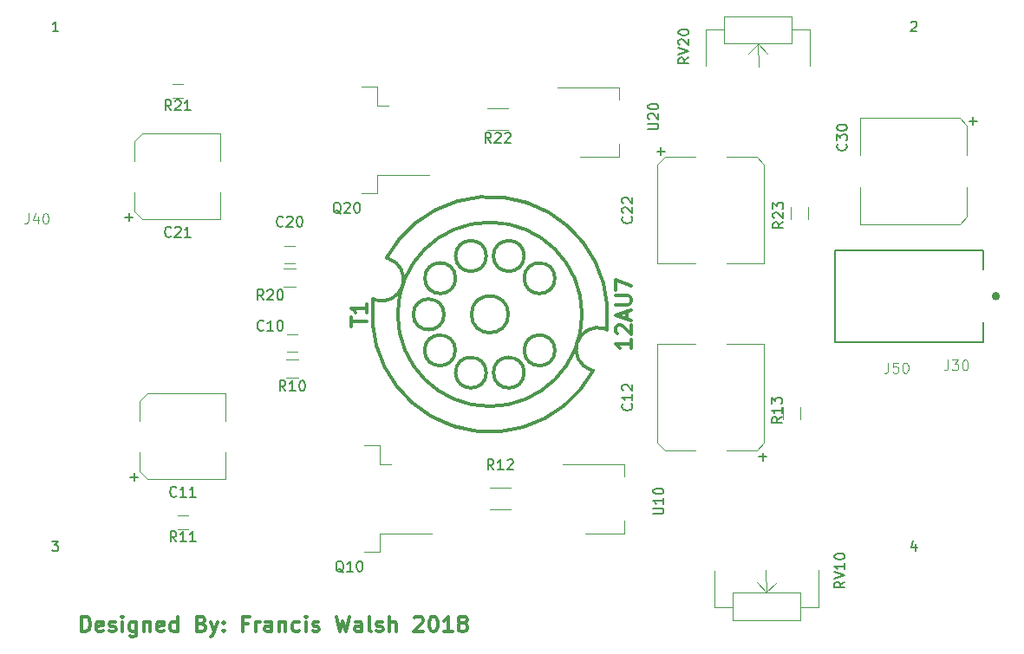
<source format=gto>
G04 #@! TF.FileFunction,Legend,Top*
%FSLAX46Y46*%
G04 Gerber Fmt 4.6, Leading zero omitted, Abs format (unit mm)*
G04 Created by KiCad (PCBNEW 4.0.7-e2-6376~58~ubuntu16.04.1) date Sat Jul 28 00:22:21 2018*
%MOMM*%
%LPD*%
G01*
G04 APERTURE LIST*
%ADD10C,0.100000*%
%ADD11C,0.300000*%
%ADD12C,0.127000*%
%ADD13C,0.400000*%
%ADD14C,0.120000*%
%ADD15C,0.378460*%
%ADD16C,0.050000*%
%ADD17C,0.150000*%
%ADD18C,0.304800*%
G04 APERTURE END LIST*
D10*
D11*
X114310287Y-149903571D02*
X114310287Y-148403571D01*
X114667430Y-148403571D01*
X114881715Y-148475000D01*
X115024573Y-148617857D01*
X115096001Y-148760714D01*
X115167430Y-149046429D01*
X115167430Y-149260714D01*
X115096001Y-149546429D01*
X115024573Y-149689286D01*
X114881715Y-149832143D01*
X114667430Y-149903571D01*
X114310287Y-149903571D01*
X116381715Y-149832143D02*
X116238858Y-149903571D01*
X115953144Y-149903571D01*
X115810287Y-149832143D01*
X115738858Y-149689286D01*
X115738858Y-149117857D01*
X115810287Y-148975000D01*
X115953144Y-148903571D01*
X116238858Y-148903571D01*
X116381715Y-148975000D01*
X116453144Y-149117857D01*
X116453144Y-149260714D01*
X115738858Y-149403571D01*
X117024572Y-149832143D02*
X117167429Y-149903571D01*
X117453144Y-149903571D01*
X117596001Y-149832143D01*
X117667429Y-149689286D01*
X117667429Y-149617857D01*
X117596001Y-149475000D01*
X117453144Y-149403571D01*
X117238858Y-149403571D01*
X117096001Y-149332143D01*
X117024572Y-149189286D01*
X117024572Y-149117857D01*
X117096001Y-148975000D01*
X117238858Y-148903571D01*
X117453144Y-148903571D01*
X117596001Y-148975000D01*
X118310287Y-149903571D02*
X118310287Y-148903571D01*
X118310287Y-148403571D02*
X118238858Y-148475000D01*
X118310287Y-148546429D01*
X118381715Y-148475000D01*
X118310287Y-148403571D01*
X118310287Y-148546429D01*
X119667430Y-148903571D02*
X119667430Y-150117857D01*
X119596001Y-150260714D01*
X119524573Y-150332143D01*
X119381716Y-150403571D01*
X119167430Y-150403571D01*
X119024573Y-150332143D01*
X119667430Y-149832143D02*
X119524573Y-149903571D01*
X119238859Y-149903571D01*
X119096001Y-149832143D01*
X119024573Y-149760714D01*
X118953144Y-149617857D01*
X118953144Y-149189286D01*
X119024573Y-149046429D01*
X119096001Y-148975000D01*
X119238859Y-148903571D01*
X119524573Y-148903571D01*
X119667430Y-148975000D01*
X120381716Y-148903571D02*
X120381716Y-149903571D01*
X120381716Y-149046429D02*
X120453144Y-148975000D01*
X120596002Y-148903571D01*
X120810287Y-148903571D01*
X120953144Y-148975000D01*
X121024573Y-149117857D01*
X121024573Y-149903571D01*
X122310287Y-149832143D02*
X122167430Y-149903571D01*
X121881716Y-149903571D01*
X121738859Y-149832143D01*
X121667430Y-149689286D01*
X121667430Y-149117857D01*
X121738859Y-148975000D01*
X121881716Y-148903571D01*
X122167430Y-148903571D01*
X122310287Y-148975000D01*
X122381716Y-149117857D01*
X122381716Y-149260714D01*
X121667430Y-149403571D01*
X123667430Y-149903571D02*
X123667430Y-148403571D01*
X123667430Y-149832143D02*
X123524573Y-149903571D01*
X123238859Y-149903571D01*
X123096001Y-149832143D01*
X123024573Y-149760714D01*
X122953144Y-149617857D01*
X122953144Y-149189286D01*
X123024573Y-149046429D01*
X123096001Y-148975000D01*
X123238859Y-148903571D01*
X123524573Y-148903571D01*
X123667430Y-148975000D01*
X126024573Y-149117857D02*
X126238859Y-149189286D01*
X126310287Y-149260714D01*
X126381716Y-149403571D01*
X126381716Y-149617857D01*
X126310287Y-149760714D01*
X126238859Y-149832143D01*
X126096001Y-149903571D01*
X125524573Y-149903571D01*
X125524573Y-148403571D01*
X126024573Y-148403571D01*
X126167430Y-148475000D01*
X126238859Y-148546429D01*
X126310287Y-148689286D01*
X126310287Y-148832143D01*
X126238859Y-148975000D01*
X126167430Y-149046429D01*
X126024573Y-149117857D01*
X125524573Y-149117857D01*
X126881716Y-148903571D02*
X127238859Y-149903571D01*
X127596001Y-148903571D02*
X127238859Y-149903571D01*
X127096001Y-150260714D01*
X127024573Y-150332143D01*
X126881716Y-150403571D01*
X128167430Y-149760714D02*
X128238858Y-149832143D01*
X128167430Y-149903571D01*
X128096001Y-149832143D01*
X128167430Y-149760714D01*
X128167430Y-149903571D01*
X128167430Y-148975000D02*
X128238858Y-149046429D01*
X128167430Y-149117857D01*
X128096001Y-149046429D01*
X128167430Y-148975000D01*
X128167430Y-149117857D01*
X130524573Y-149117857D02*
X130024573Y-149117857D01*
X130024573Y-149903571D02*
X130024573Y-148403571D01*
X130738859Y-148403571D01*
X131310287Y-149903571D02*
X131310287Y-148903571D01*
X131310287Y-149189286D02*
X131381715Y-149046429D01*
X131453144Y-148975000D01*
X131596001Y-148903571D01*
X131738858Y-148903571D01*
X132881715Y-149903571D02*
X132881715Y-149117857D01*
X132810286Y-148975000D01*
X132667429Y-148903571D01*
X132381715Y-148903571D01*
X132238858Y-148975000D01*
X132881715Y-149832143D02*
X132738858Y-149903571D01*
X132381715Y-149903571D01*
X132238858Y-149832143D01*
X132167429Y-149689286D01*
X132167429Y-149546429D01*
X132238858Y-149403571D01*
X132381715Y-149332143D01*
X132738858Y-149332143D01*
X132881715Y-149260714D01*
X133596001Y-148903571D02*
X133596001Y-149903571D01*
X133596001Y-149046429D02*
X133667429Y-148975000D01*
X133810287Y-148903571D01*
X134024572Y-148903571D01*
X134167429Y-148975000D01*
X134238858Y-149117857D01*
X134238858Y-149903571D01*
X135596001Y-149832143D02*
X135453144Y-149903571D01*
X135167430Y-149903571D01*
X135024572Y-149832143D01*
X134953144Y-149760714D01*
X134881715Y-149617857D01*
X134881715Y-149189286D01*
X134953144Y-149046429D01*
X135024572Y-148975000D01*
X135167430Y-148903571D01*
X135453144Y-148903571D01*
X135596001Y-148975000D01*
X136238858Y-149903571D02*
X136238858Y-148903571D01*
X136238858Y-148403571D02*
X136167429Y-148475000D01*
X136238858Y-148546429D01*
X136310286Y-148475000D01*
X136238858Y-148403571D01*
X136238858Y-148546429D01*
X136881715Y-149832143D02*
X137024572Y-149903571D01*
X137310287Y-149903571D01*
X137453144Y-149832143D01*
X137524572Y-149689286D01*
X137524572Y-149617857D01*
X137453144Y-149475000D01*
X137310287Y-149403571D01*
X137096001Y-149403571D01*
X136953144Y-149332143D01*
X136881715Y-149189286D01*
X136881715Y-149117857D01*
X136953144Y-148975000D01*
X137096001Y-148903571D01*
X137310287Y-148903571D01*
X137453144Y-148975000D01*
X139167430Y-148403571D02*
X139524573Y-149903571D01*
X139810287Y-148832143D01*
X140096001Y-149903571D01*
X140453144Y-148403571D01*
X141667430Y-149903571D02*
X141667430Y-149117857D01*
X141596001Y-148975000D01*
X141453144Y-148903571D01*
X141167430Y-148903571D01*
X141024573Y-148975000D01*
X141667430Y-149832143D02*
X141524573Y-149903571D01*
X141167430Y-149903571D01*
X141024573Y-149832143D01*
X140953144Y-149689286D01*
X140953144Y-149546429D01*
X141024573Y-149403571D01*
X141167430Y-149332143D01*
X141524573Y-149332143D01*
X141667430Y-149260714D01*
X142596002Y-149903571D02*
X142453144Y-149832143D01*
X142381716Y-149689286D01*
X142381716Y-148403571D01*
X143096001Y-149832143D02*
X143238858Y-149903571D01*
X143524573Y-149903571D01*
X143667430Y-149832143D01*
X143738858Y-149689286D01*
X143738858Y-149617857D01*
X143667430Y-149475000D01*
X143524573Y-149403571D01*
X143310287Y-149403571D01*
X143167430Y-149332143D01*
X143096001Y-149189286D01*
X143096001Y-149117857D01*
X143167430Y-148975000D01*
X143310287Y-148903571D01*
X143524573Y-148903571D01*
X143667430Y-148975000D01*
X144381716Y-149903571D02*
X144381716Y-148403571D01*
X145024573Y-149903571D02*
X145024573Y-149117857D01*
X144953144Y-148975000D01*
X144810287Y-148903571D01*
X144596002Y-148903571D01*
X144453144Y-148975000D01*
X144381716Y-149046429D01*
X146810287Y-148546429D02*
X146881716Y-148475000D01*
X147024573Y-148403571D01*
X147381716Y-148403571D01*
X147524573Y-148475000D01*
X147596002Y-148546429D01*
X147667430Y-148689286D01*
X147667430Y-148832143D01*
X147596002Y-149046429D01*
X146738859Y-149903571D01*
X147667430Y-149903571D01*
X148596001Y-148403571D02*
X148738858Y-148403571D01*
X148881715Y-148475000D01*
X148953144Y-148546429D01*
X149024573Y-148689286D01*
X149096001Y-148975000D01*
X149096001Y-149332143D01*
X149024573Y-149617857D01*
X148953144Y-149760714D01*
X148881715Y-149832143D01*
X148738858Y-149903571D01*
X148596001Y-149903571D01*
X148453144Y-149832143D01*
X148381715Y-149760714D01*
X148310287Y-149617857D01*
X148238858Y-149332143D01*
X148238858Y-148975000D01*
X148310287Y-148689286D01*
X148381715Y-148546429D01*
X148453144Y-148475000D01*
X148596001Y-148403571D01*
X150524572Y-149903571D02*
X149667429Y-149903571D01*
X150096001Y-149903571D02*
X150096001Y-148403571D01*
X149953144Y-148617857D01*
X149810286Y-148760714D01*
X149667429Y-148832143D01*
X151381715Y-149046429D02*
X151238857Y-148975000D01*
X151167429Y-148903571D01*
X151096000Y-148760714D01*
X151096000Y-148689286D01*
X151167429Y-148546429D01*
X151238857Y-148475000D01*
X151381715Y-148403571D01*
X151667429Y-148403571D01*
X151810286Y-148475000D01*
X151881715Y-148546429D01*
X151953143Y-148689286D01*
X151953143Y-148760714D01*
X151881715Y-148903571D01*
X151810286Y-148975000D01*
X151667429Y-149046429D01*
X151381715Y-149046429D01*
X151238857Y-149117857D01*
X151167429Y-149189286D01*
X151096000Y-149332143D01*
X151096000Y-149617857D01*
X151167429Y-149760714D01*
X151238857Y-149832143D01*
X151381715Y-149903571D01*
X151667429Y-149903571D01*
X151810286Y-149832143D01*
X151881715Y-149760714D01*
X151953143Y-149617857D01*
X151953143Y-149332143D01*
X151881715Y-149189286D01*
X151810286Y-149117857D01*
X151667429Y-149046429D01*
D12*
X187880000Y-121594000D02*
X187880000Y-112594000D01*
X187880000Y-112594000D02*
X202380000Y-112594000D01*
X202380000Y-112594000D02*
X202380000Y-114444000D01*
X202380000Y-121594000D02*
X187880000Y-121594000D01*
X202380000Y-119644000D02*
X202380000Y-121594000D01*
D13*
X203780000Y-117094000D02*
G75*
G03X203780000Y-117094000I-200000J0D01*
G01*
D14*
X141912000Y-142106000D02*
X143412000Y-142106000D01*
X143412000Y-142106000D02*
X143412000Y-140296000D01*
X143412000Y-140296000D02*
X148537000Y-140296000D01*
X141912000Y-131706000D02*
X143412000Y-131706000D01*
X143412000Y-131706000D02*
X143412000Y-133516000D01*
X143412000Y-133516000D02*
X144512000Y-133516000D01*
X141658000Y-107054000D02*
X143158000Y-107054000D01*
X143158000Y-107054000D02*
X143158000Y-105244000D01*
X143158000Y-105244000D02*
X148283000Y-105244000D01*
X141658000Y-96654000D02*
X143158000Y-96654000D01*
X143158000Y-96654000D02*
X143158000Y-98464000D01*
X143158000Y-98464000D02*
X144258000Y-98464000D01*
X120016000Y-134240000D02*
X120016000Y-132320000D01*
X120016000Y-127380000D02*
X120016000Y-129300000D01*
X128396000Y-135000000D02*
X128396000Y-132320000D01*
X128396000Y-126620000D02*
X128396000Y-129300000D01*
X128396000Y-135000000D02*
X120776000Y-135000000D01*
X120776000Y-135000000D02*
X120016000Y-134240000D01*
X120016000Y-127380000D02*
X120776000Y-126620000D01*
X120776000Y-126620000D02*
X128396000Y-126620000D01*
X171318000Y-132210000D02*
X174208000Y-132210000D01*
X180218000Y-132210000D02*
X177328000Y-132210000D01*
X180978000Y-121790000D02*
X177328000Y-121790000D01*
X170558000Y-121790000D02*
X174208000Y-121790000D01*
X180978000Y-121790000D02*
X180978000Y-131450000D01*
X180978000Y-131450000D02*
X180218000Y-132210000D01*
X171318000Y-132210000D02*
X170558000Y-131450000D01*
X170558000Y-131450000D02*
X170558000Y-121790000D01*
X119508000Y-108840000D02*
X119508000Y-106920000D01*
X119508000Y-101980000D02*
X119508000Y-103900000D01*
X127888000Y-109600000D02*
X127888000Y-106920000D01*
X127888000Y-101220000D02*
X127888000Y-103900000D01*
X127888000Y-109600000D02*
X120268000Y-109600000D01*
X120268000Y-109600000D02*
X119508000Y-108840000D01*
X119508000Y-101980000D02*
X120268000Y-101220000D01*
X120268000Y-101220000D02*
X127888000Y-101220000D01*
X180218000Y-103502000D02*
X177328000Y-103502000D01*
X171318000Y-103502000D02*
X174208000Y-103502000D01*
X170558000Y-113922000D02*
X174208000Y-113922000D01*
X180978000Y-113922000D02*
X177328000Y-113922000D01*
X170558000Y-113922000D02*
X170558000Y-104262000D01*
X170558000Y-104262000D02*
X171318000Y-103502000D01*
X180218000Y-103502000D02*
X180978000Y-104262000D01*
X180978000Y-104262000D02*
X180978000Y-113922000D01*
X200790000Y-109352000D02*
X200790000Y-106462000D01*
X200790000Y-100452000D02*
X200790000Y-103342000D01*
X190370000Y-99692000D02*
X190370000Y-103342000D01*
X190370000Y-110112000D02*
X190370000Y-106462000D01*
X190370000Y-99692000D02*
X200030000Y-99692000D01*
X200030000Y-99692000D02*
X200790000Y-100452000D01*
X200790000Y-109352000D02*
X200030000Y-110112000D01*
X200030000Y-110112000D02*
X190370000Y-110112000D01*
X134274000Y-123326000D02*
X135474000Y-123326000D01*
X135474000Y-125086000D02*
X134274000Y-125086000D01*
X123706000Y-138512000D02*
X124706000Y-138512000D01*
X124706000Y-139872000D02*
X123706000Y-139872000D01*
X154194000Y-135836000D02*
X156194000Y-135836000D01*
X156194000Y-137976000D02*
X154194000Y-137976000D01*
X184522000Y-127924000D02*
X184522000Y-129124000D01*
X182762000Y-129124000D02*
X182762000Y-127924000D01*
X134020000Y-114436000D02*
X135220000Y-114436000D01*
X135220000Y-116196000D02*
X134020000Y-116196000D01*
X123198000Y-96348000D02*
X124198000Y-96348000D01*
X124198000Y-97708000D02*
X123198000Y-97708000D01*
X153940000Y-98752000D02*
X155940000Y-98752000D01*
X155940000Y-100892000D02*
X153940000Y-100892000D01*
X183524000Y-109566000D02*
X183524000Y-108366000D01*
X185284000Y-108366000D02*
X185284000Y-109566000D01*
X176132000Y-147486000D02*
X176132000Y-143936000D01*
X177882000Y-147486000D02*
X176132000Y-147486000D01*
X184482000Y-147486000D02*
X186232000Y-147486000D01*
X186232000Y-147486000D02*
X186232000Y-143886000D01*
X181182000Y-146086000D02*
X181132000Y-143836000D01*
X181182000Y-146086000D02*
X180232000Y-145086000D01*
X181132000Y-146086000D02*
X182132000Y-145136000D01*
X184482000Y-146086000D02*
X184482000Y-148786000D01*
X184482000Y-148786000D02*
X177882000Y-148786000D01*
X177882000Y-148786000D02*
X177882000Y-146086000D01*
X177882000Y-146086000D02*
X184482000Y-146086000D01*
X185390000Y-91020000D02*
X185390000Y-94570000D01*
X183640000Y-91020000D02*
X185390000Y-91020000D01*
X177040000Y-91020000D02*
X175290000Y-91020000D01*
X175290000Y-91020000D02*
X175290000Y-94620000D01*
X180340000Y-92420000D02*
X180390000Y-94670000D01*
X180340000Y-92420000D02*
X181290000Y-93420000D01*
X180390000Y-92420000D02*
X179390000Y-93370000D01*
X177040000Y-92420000D02*
X177040000Y-89720000D01*
X177040000Y-89720000D02*
X183640000Y-89720000D01*
X183640000Y-89720000D02*
X183640000Y-92420000D01*
X183640000Y-92420000D02*
X177040000Y-92420000D01*
D15*
X153824940Y-124571760D02*
G75*
G03X153824940Y-124571760I-1498600J0D01*
G01*
X150802340Y-122394980D02*
G75*
G03X150802340Y-122394980I-1498600J0D01*
G01*
X149702520Y-118874540D02*
G75*
G03X149702520Y-118874540I-1498600J0D01*
G01*
X150827740Y-115343940D02*
G75*
G03X150827740Y-115343940I-1498600J0D01*
G01*
X153827480Y-113172240D02*
G75*
G03X153827480Y-113172240I-1498600J0D01*
G01*
X157525720Y-113169700D02*
G75*
G03X157525720Y-113169700I-1498600J0D01*
G01*
X160528000Y-115346480D02*
G75*
G03X160528000Y-115346480I-1498600J0D01*
G01*
X160528000Y-122394980D02*
G75*
G03X160528000Y-122394980I-1498600J0D01*
G01*
X157525720Y-124571760D02*
G75*
G03X157525720Y-124571760I-1498600J0D01*
G01*
X164277040Y-124371100D02*
X163977320Y-124297440D01*
X165577520Y-120373140D02*
X165376860Y-120271540D01*
X144101820Y-113347500D02*
X144277080Y-113421160D01*
X142778480Y-117396260D02*
X142979140Y-117472460D01*
X165577520Y-120373140D02*
G75*
G03X155679140Y-107472480I-11399520J1501140D01*
G01*
X159727900Y-108795820D02*
G75*
G03X144101820Y-113322100I-5549900J-10076180D01*
G01*
X142778480Y-117396260D02*
G75*
G03X152702260Y-130271520I11399520J-1475740D01*
G01*
X148678900Y-128971040D02*
G75*
G03X164277040Y-124371100I5499100J10099040D01*
G01*
X162702240Y-121620280D02*
G75*
G03X164053520Y-124322840I2026920J-675640D01*
G01*
X165376860Y-120269000D02*
G75*
G03X162702240Y-121648220I-647700J-2026920D01*
G01*
X145653760Y-116098320D02*
G75*
G03X144277080Y-113421160I-2026920J650240D01*
G01*
X143002000Y-117475000D02*
G75*
G03X145653760Y-116072920I624840J2026920D01*
G01*
X155978860Y-118872000D02*
G75*
G03X155978860Y-118872000I-1800860J0D01*
G01*
X163174680Y-118872000D02*
G75*
G03X163174680Y-118872000I-8996680J0D01*
G01*
D14*
X167264000Y-140316000D02*
X167264000Y-139056000D01*
X167264000Y-133496000D02*
X167264000Y-134756000D01*
X163504000Y-140316000D02*
X167264000Y-140316000D01*
X161254000Y-133496000D02*
X167264000Y-133496000D01*
X166756000Y-103486000D02*
X166756000Y-102226000D01*
X166756000Y-96666000D02*
X166756000Y-97926000D01*
X162996000Y-103486000D02*
X166756000Y-103486000D01*
X160746000Y-96666000D02*
X166756000Y-96666000D01*
X134374000Y-122516000D02*
X135374000Y-122516000D01*
X135374000Y-120816000D02*
X134374000Y-120816000D01*
X134120000Y-113880000D02*
X135120000Y-113880000D01*
X135120000Y-112180000D02*
X134120000Y-112180000D01*
D16*
X198914728Y-123324798D02*
X198914728Y-124040627D01*
X198867006Y-124183792D01*
X198771562Y-124279236D01*
X198628397Y-124326958D01*
X198532953Y-124326958D01*
X199296503Y-123324798D02*
X199916887Y-123324798D01*
X199582834Y-123706573D01*
X199726000Y-123706573D01*
X199821444Y-123754295D01*
X199869166Y-123802017D01*
X199916887Y-123897461D01*
X199916887Y-124136070D01*
X199869166Y-124231514D01*
X199821444Y-124279236D01*
X199726000Y-124326958D01*
X199439668Y-124326958D01*
X199344225Y-124279236D01*
X199296503Y-124231514D01*
X200537272Y-123324798D02*
X200632716Y-123324798D01*
X200728160Y-123372520D01*
X200775882Y-123420242D01*
X200823604Y-123515686D01*
X200871325Y-123706573D01*
X200871325Y-123945183D01*
X200823604Y-124136070D01*
X200775882Y-124231514D01*
X200728160Y-124279236D01*
X200632716Y-124326958D01*
X200537272Y-124326958D01*
X200441828Y-124279236D01*
X200394106Y-124231514D01*
X200346385Y-124136070D01*
X200298663Y-123945183D01*
X200298663Y-123706573D01*
X200346385Y-123515686D01*
X200394106Y-123420242D01*
X200441828Y-123372520D01*
X200537272Y-123324798D01*
D17*
X139890572Y-144103619D02*
X139795334Y-144056000D01*
X139700096Y-143960762D01*
X139557239Y-143817905D01*
X139462000Y-143770286D01*
X139366762Y-143770286D01*
X139414381Y-144008381D02*
X139319143Y-143960762D01*
X139223905Y-143865524D01*
X139176286Y-143675048D01*
X139176286Y-143341714D01*
X139223905Y-143151238D01*
X139319143Y-143056000D01*
X139414381Y-143008381D01*
X139604858Y-143008381D01*
X139700096Y-143056000D01*
X139795334Y-143151238D01*
X139842953Y-143341714D01*
X139842953Y-143675048D01*
X139795334Y-143865524D01*
X139700096Y-143960762D01*
X139604858Y-144008381D01*
X139414381Y-144008381D01*
X140795334Y-144008381D02*
X140223905Y-144008381D01*
X140509619Y-144008381D02*
X140509619Y-143008381D01*
X140414381Y-143151238D01*
X140319143Y-143246476D01*
X140223905Y-143294095D01*
X141414381Y-143008381D02*
X141509620Y-143008381D01*
X141604858Y-143056000D01*
X141652477Y-143103619D01*
X141700096Y-143198857D01*
X141747715Y-143389333D01*
X141747715Y-143627429D01*
X141700096Y-143817905D01*
X141652477Y-143913143D01*
X141604858Y-143960762D01*
X141509620Y-144008381D01*
X141414381Y-144008381D01*
X141319143Y-143960762D01*
X141271524Y-143913143D01*
X141223905Y-143817905D01*
X141176286Y-143627429D01*
X141176286Y-143389333D01*
X141223905Y-143198857D01*
X141271524Y-143103619D01*
X141319143Y-143056000D01*
X141414381Y-143008381D01*
X139636572Y-109051619D02*
X139541334Y-109004000D01*
X139446096Y-108908762D01*
X139303239Y-108765905D01*
X139208000Y-108718286D01*
X139112762Y-108718286D01*
X139160381Y-108956381D02*
X139065143Y-108908762D01*
X138969905Y-108813524D01*
X138922286Y-108623048D01*
X138922286Y-108289714D01*
X138969905Y-108099238D01*
X139065143Y-108004000D01*
X139160381Y-107956381D01*
X139350858Y-107956381D01*
X139446096Y-108004000D01*
X139541334Y-108099238D01*
X139588953Y-108289714D01*
X139588953Y-108623048D01*
X139541334Y-108813524D01*
X139446096Y-108908762D01*
X139350858Y-108956381D01*
X139160381Y-108956381D01*
X139969905Y-108051619D02*
X140017524Y-108004000D01*
X140112762Y-107956381D01*
X140350858Y-107956381D01*
X140446096Y-108004000D01*
X140493715Y-108051619D01*
X140541334Y-108146857D01*
X140541334Y-108242095D01*
X140493715Y-108384952D01*
X139922286Y-108956381D01*
X140541334Y-108956381D01*
X141160381Y-107956381D02*
X141255620Y-107956381D01*
X141350858Y-108004000D01*
X141398477Y-108051619D01*
X141446096Y-108146857D01*
X141493715Y-108337333D01*
X141493715Y-108575429D01*
X141446096Y-108765905D01*
X141398477Y-108861143D01*
X141350858Y-108908762D01*
X141255620Y-108956381D01*
X141160381Y-108956381D01*
X141065143Y-108908762D01*
X141017524Y-108861143D01*
X140969905Y-108765905D01*
X140922286Y-108575429D01*
X140922286Y-108337333D01*
X140969905Y-108146857D01*
X141017524Y-108051619D01*
X141065143Y-108004000D01*
X141160381Y-107956381D01*
X123563143Y-136617143D02*
X123515524Y-136664762D01*
X123372667Y-136712381D01*
X123277429Y-136712381D01*
X123134571Y-136664762D01*
X123039333Y-136569524D01*
X122991714Y-136474286D01*
X122944095Y-136283810D01*
X122944095Y-136140952D01*
X122991714Y-135950476D01*
X123039333Y-135855238D01*
X123134571Y-135760000D01*
X123277429Y-135712381D01*
X123372667Y-135712381D01*
X123515524Y-135760000D01*
X123563143Y-135807619D01*
X124515524Y-136712381D02*
X123944095Y-136712381D01*
X124229809Y-136712381D02*
X124229809Y-135712381D01*
X124134571Y-135855238D01*
X124039333Y-135950476D01*
X123944095Y-135998095D01*
X125467905Y-136712381D02*
X124896476Y-136712381D01*
X125182190Y-136712381D02*
X125182190Y-135712381D01*
X125086952Y-135855238D01*
X124991714Y-135950476D01*
X124896476Y-135998095D01*
X119045048Y-134791429D02*
X119806953Y-134791429D01*
X119426001Y-135172381D02*
X119426001Y-134410476D01*
X167997143Y-127642857D02*
X168044762Y-127690476D01*
X168092381Y-127833333D01*
X168092381Y-127928571D01*
X168044762Y-128071429D01*
X167949524Y-128166667D01*
X167854286Y-128214286D01*
X167663810Y-128261905D01*
X167520952Y-128261905D01*
X167330476Y-128214286D01*
X167235238Y-128166667D01*
X167140000Y-128071429D01*
X167092381Y-127928571D01*
X167092381Y-127833333D01*
X167140000Y-127690476D01*
X167187619Y-127642857D01*
X168092381Y-126690476D02*
X168092381Y-127261905D01*
X168092381Y-126976191D02*
X167092381Y-126976191D01*
X167235238Y-127071429D01*
X167330476Y-127166667D01*
X167378095Y-127261905D01*
X167187619Y-126309524D02*
X167140000Y-126261905D01*
X167092381Y-126166667D01*
X167092381Y-125928571D01*
X167140000Y-125833333D01*
X167187619Y-125785714D01*
X167282857Y-125738095D01*
X167378095Y-125738095D01*
X167520952Y-125785714D01*
X168092381Y-126357143D01*
X168092381Y-125738095D01*
X180809429Y-133160952D02*
X180809429Y-132399047D01*
X181190381Y-132779999D02*
X180428476Y-132779999D01*
X123055143Y-111217143D02*
X123007524Y-111264762D01*
X122864667Y-111312381D01*
X122769429Y-111312381D01*
X122626571Y-111264762D01*
X122531333Y-111169524D01*
X122483714Y-111074286D01*
X122436095Y-110883810D01*
X122436095Y-110740952D01*
X122483714Y-110550476D01*
X122531333Y-110455238D01*
X122626571Y-110360000D01*
X122769429Y-110312381D01*
X122864667Y-110312381D01*
X123007524Y-110360000D01*
X123055143Y-110407619D01*
X123436095Y-110407619D02*
X123483714Y-110360000D01*
X123578952Y-110312381D01*
X123817048Y-110312381D01*
X123912286Y-110360000D01*
X123959905Y-110407619D01*
X124007524Y-110502857D01*
X124007524Y-110598095D01*
X123959905Y-110740952D01*
X123388476Y-111312381D01*
X124007524Y-111312381D01*
X124959905Y-111312381D02*
X124388476Y-111312381D01*
X124674190Y-111312381D02*
X124674190Y-110312381D01*
X124578952Y-110455238D01*
X124483714Y-110550476D01*
X124388476Y-110598095D01*
X118537048Y-109391429D02*
X119298953Y-109391429D01*
X118918001Y-109772381D02*
X118918001Y-109010476D01*
X167997143Y-109354857D02*
X168044762Y-109402476D01*
X168092381Y-109545333D01*
X168092381Y-109640571D01*
X168044762Y-109783429D01*
X167949524Y-109878667D01*
X167854286Y-109926286D01*
X167663810Y-109973905D01*
X167520952Y-109973905D01*
X167330476Y-109926286D01*
X167235238Y-109878667D01*
X167140000Y-109783429D01*
X167092381Y-109640571D01*
X167092381Y-109545333D01*
X167140000Y-109402476D01*
X167187619Y-109354857D01*
X167187619Y-108973905D02*
X167140000Y-108926286D01*
X167092381Y-108831048D01*
X167092381Y-108592952D01*
X167140000Y-108497714D01*
X167187619Y-108450095D01*
X167282857Y-108402476D01*
X167378095Y-108402476D01*
X167520952Y-108450095D01*
X168092381Y-109021524D01*
X168092381Y-108402476D01*
X167187619Y-108021524D02*
X167140000Y-107973905D01*
X167092381Y-107878667D01*
X167092381Y-107640571D01*
X167140000Y-107545333D01*
X167187619Y-107497714D01*
X167282857Y-107450095D01*
X167378095Y-107450095D01*
X167520952Y-107497714D01*
X168092381Y-108069143D01*
X168092381Y-107450095D01*
X170869429Y-103312952D02*
X170869429Y-102551047D01*
X171250381Y-102931999D02*
X170488476Y-102931999D01*
X188952143Y-102242857D02*
X188999762Y-102290476D01*
X189047381Y-102433333D01*
X189047381Y-102528571D01*
X188999762Y-102671429D01*
X188904524Y-102766667D01*
X188809286Y-102814286D01*
X188618810Y-102861905D01*
X188475952Y-102861905D01*
X188285476Y-102814286D01*
X188190238Y-102766667D01*
X188095000Y-102671429D01*
X188047381Y-102528571D01*
X188047381Y-102433333D01*
X188095000Y-102290476D01*
X188142619Y-102242857D01*
X188047381Y-101909524D02*
X188047381Y-101290476D01*
X188428333Y-101623810D01*
X188428333Y-101480952D01*
X188475952Y-101385714D01*
X188523571Y-101338095D01*
X188618810Y-101290476D01*
X188856905Y-101290476D01*
X188952143Y-101338095D01*
X188999762Y-101385714D01*
X189047381Y-101480952D01*
X189047381Y-101766667D01*
X188999762Y-101861905D01*
X188952143Y-101909524D01*
X188047381Y-100671429D02*
X188047381Y-100576190D01*
X188095000Y-100480952D01*
X188142619Y-100433333D01*
X188237857Y-100385714D01*
X188428333Y-100338095D01*
X188666429Y-100338095D01*
X188856905Y-100385714D01*
X188952143Y-100433333D01*
X188999762Y-100480952D01*
X189047381Y-100576190D01*
X189047381Y-100671429D01*
X188999762Y-100766667D01*
X188952143Y-100814286D01*
X188856905Y-100861905D01*
X188666429Y-100909524D01*
X188428333Y-100909524D01*
X188237857Y-100861905D01*
X188142619Y-100814286D01*
X188095000Y-100766667D01*
X188047381Y-100671429D01*
X200979048Y-100003429D02*
X201740953Y-100003429D01*
X201360001Y-100384381D02*
X201360001Y-99622476D01*
X134231143Y-126358381D02*
X133897809Y-125882190D01*
X133659714Y-126358381D02*
X133659714Y-125358381D01*
X134040667Y-125358381D01*
X134135905Y-125406000D01*
X134183524Y-125453619D01*
X134231143Y-125548857D01*
X134231143Y-125691714D01*
X134183524Y-125786952D01*
X134135905Y-125834571D01*
X134040667Y-125882190D01*
X133659714Y-125882190D01*
X135183524Y-126358381D02*
X134612095Y-126358381D01*
X134897809Y-126358381D02*
X134897809Y-125358381D01*
X134802571Y-125501238D01*
X134707333Y-125596476D01*
X134612095Y-125644095D01*
X135802571Y-125358381D02*
X135897810Y-125358381D01*
X135993048Y-125406000D01*
X136040667Y-125453619D01*
X136088286Y-125548857D01*
X136135905Y-125739333D01*
X136135905Y-125977429D01*
X136088286Y-126167905D01*
X136040667Y-126263143D01*
X135993048Y-126310762D01*
X135897810Y-126358381D01*
X135802571Y-126358381D01*
X135707333Y-126310762D01*
X135659714Y-126263143D01*
X135612095Y-126167905D01*
X135564476Y-125977429D01*
X135564476Y-125739333D01*
X135612095Y-125548857D01*
X135659714Y-125453619D01*
X135707333Y-125406000D01*
X135802571Y-125358381D01*
X123563143Y-141094381D02*
X123229809Y-140618190D01*
X122991714Y-141094381D02*
X122991714Y-140094381D01*
X123372667Y-140094381D01*
X123467905Y-140142000D01*
X123515524Y-140189619D01*
X123563143Y-140284857D01*
X123563143Y-140427714D01*
X123515524Y-140522952D01*
X123467905Y-140570571D01*
X123372667Y-140618190D01*
X122991714Y-140618190D01*
X124515524Y-141094381D02*
X123944095Y-141094381D01*
X124229809Y-141094381D02*
X124229809Y-140094381D01*
X124134571Y-140237238D01*
X124039333Y-140332476D01*
X123944095Y-140380095D01*
X125467905Y-141094381D02*
X124896476Y-141094381D01*
X125182190Y-141094381D02*
X125182190Y-140094381D01*
X125086952Y-140237238D01*
X124991714Y-140332476D01*
X124896476Y-140380095D01*
X154551143Y-134056381D02*
X154217809Y-133580190D01*
X153979714Y-134056381D02*
X153979714Y-133056381D01*
X154360667Y-133056381D01*
X154455905Y-133104000D01*
X154503524Y-133151619D01*
X154551143Y-133246857D01*
X154551143Y-133389714D01*
X154503524Y-133484952D01*
X154455905Y-133532571D01*
X154360667Y-133580190D01*
X153979714Y-133580190D01*
X155503524Y-134056381D02*
X154932095Y-134056381D01*
X155217809Y-134056381D02*
X155217809Y-133056381D01*
X155122571Y-133199238D01*
X155027333Y-133294476D01*
X154932095Y-133342095D01*
X155884476Y-133151619D02*
X155932095Y-133104000D01*
X156027333Y-133056381D01*
X156265429Y-133056381D01*
X156360667Y-133104000D01*
X156408286Y-133151619D01*
X156455905Y-133246857D01*
X156455905Y-133342095D01*
X156408286Y-133484952D01*
X155836857Y-134056381D01*
X156455905Y-134056381D01*
X182697381Y-128912857D02*
X182221190Y-129246191D01*
X182697381Y-129484286D02*
X181697381Y-129484286D01*
X181697381Y-129103333D01*
X181745000Y-129008095D01*
X181792619Y-128960476D01*
X181887857Y-128912857D01*
X182030714Y-128912857D01*
X182125952Y-128960476D01*
X182173571Y-129008095D01*
X182221190Y-129103333D01*
X182221190Y-129484286D01*
X182697381Y-127960476D02*
X182697381Y-128531905D01*
X182697381Y-128246191D02*
X181697381Y-128246191D01*
X181840238Y-128341429D01*
X181935476Y-128436667D01*
X181983095Y-128531905D01*
X181697381Y-127627143D02*
X181697381Y-127008095D01*
X182078333Y-127341429D01*
X182078333Y-127198571D01*
X182125952Y-127103333D01*
X182173571Y-127055714D01*
X182268810Y-127008095D01*
X182506905Y-127008095D01*
X182602143Y-127055714D01*
X182649762Y-127103333D01*
X182697381Y-127198571D01*
X182697381Y-127484286D01*
X182649762Y-127579524D01*
X182602143Y-127627143D01*
X132072143Y-117468381D02*
X131738809Y-116992190D01*
X131500714Y-117468381D02*
X131500714Y-116468381D01*
X131881667Y-116468381D01*
X131976905Y-116516000D01*
X132024524Y-116563619D01*
X132072143Y-116658857D01*
X132072143Y-116801714D01*
X132024524Y-116896952D01*
X131976905Y-116944571D01*
X131881667Y-116992190D01*
X131500714Y-116992190D01*
X132453095Y-116563619D02*
X132500714Y-116516000D01*
X132595952Y-116468381D01*
X132834048Y-116468381D01*
X132929286Y-116516000D01*
X132976905Y-116563619D01*
X133024524Y-116658857D01*
X133024524Y-116754095D01*
X132976905Y-116896952D01*
X132405476Y-117468381D01*
X133024524Y-117468381D01*
X133643571Y-116468381D02*
X133738810Y-116468381D01*
X133834048Y-116516000D01*
X133881667Y-116563619D01*
X133929286Y-116658857D01*
X133976905Y-116849333D01*
X133976905Y-117087429D01*
X133929286Y-117277905D01*
X133881667Y-117373143D01*
X133834048Y-117420762D01*
X133738810Y-117468381D01*
X133643571Y-117468381D01*
X133548333Y-117420762D01*
X133500714Y-117373143D01*
X133453095Y-117277905D01*
X133405476Y-117087429D01*
X133405476Y-116849333D01*
X133453095Y-116658857D01*
X133500714Y-116563619D01*
X133548333Y-116516000D01*
X133643571Y-116468381D01*
X123055143Y-98930381D02*
X122721809Y-98454190D01*
X122483714Y-98930381D02*
X122483714Y-97930381D01*
X122864667Y-97930381D01*
X122959905Y-97978000D01*
X123007524Y-98025619D01*
X123055143Y-98120857D01*
X123055143Y-98263714D01*
X123007524Y-98358952D01*
X122959905Y-98406571D01*
X122864667Y-98454190D01*
X122483714Y-98454190D01*
X123436095Y-98025619D02*
X123483714Y-97978000D01*
X123578952Y-97930381D01*
X123817048Y-97930381D01*
X123912286Y-97978000D01*
X123959905Y-98025619D01*
X124007524Y-98120857D01*
X124007524Y-98216095D01*
X123959905Y-98358952D01*
X123388476Y-98930381D01*
X124007524Y-98930381D01*
X124959905Y-98930381D02*
X124388476Y-98930381D01*
X124674190Y-98930381D02*
X124674190Y-97930381D01*
X124578952Y-98073238D01*
X124483714Y-98168476D01*
X124388476Y-98216095D01*
X154297143Y-102124381D02*
X153963809Y-101648190D01*
X153725714Y-102124381D02*
X153725714Y-101124381D01*
X154106667Y-101124381D01*
X154201905Y-101172000D01*
X154249524Y-101219619D01*
X154297143Y-101314857D01*
X154297143Y-101457714D01*
X154249524Y-101552952D01*
X154201905Y-101600571D01*
X154106667Y-101648190D01*
X153725714Y-101648190D01*
X154678095Y-101219619D02*
X154725714Y-101172000D01*
X154820952Y-101124381D01*
X155059048Y-101124381D01*
X155154286Y-101172000D01*
X155201905Y-101219619D01*
X155249524Y-101314857D01*
X155249524Y-101410095D01*
X155201905Y-101552952D01*
X154630476Y-102124381D01*
X155249524Y-102124381D01*
X155630476Y-101219619D02*
X155678095Y-101172000D01*
X155773333Y-101124381D01*
X156011429Y-101124381D01*
X156106667Y-101172000D01*
X156154286Y-101219619D01*
X156201905Y-101314857D01*
X156201905Y-101410095D01*
X156154286Y-101552952D01*
X155582857Y-102124381D01*
X156201905Y-102124381D01*
X182824381Y-109862857D02*
X182348190Y-110196191D01*
X182824381Y-110434286D02*
X181824381Y-110434286D01*
X181824381Y-110053333D01*
X181872000Y-109958095D01*
X181919619Y-109910476D01*
X182014857Y-109862857D01*
X182157714Y-109862857D01*
X182252952Y-109910476D01*
X182300571Y-109958095D01*
X182348190Y-110053333D01*
X182348190Y-110434286D01*
X181919619Y-109481905D02*
X181872000Y-109434286D01*
X181824381Y-109339048D01*
X181824381Y-109100952D01*
X181872000Y-109005714D01*
X181919619Y-108958095D01*
X182014857Y-108910476D01*
X182110095Y-108910476D01*
X182252952Y-108958095D01*
X182824381Y-109529524D01*
X182824381Y-108910476D01*
X181824381Y-108577143D02*
X181824381Y-107958095D01*
X182205333Y-108291429D01*
X182205333Y-108148571D01*
X182252952Y-108053333D01*
X182300571Y-108005714D01*
X182395810Y-107958095D01*
X182633905Y-107958095D01*
X182729143Y-108005714D01*
X182776762Y-108053333D01*
X182824381Y-108148571D01*
X182824381Y-108434286D01*
X182776762Y-108529524D01*
X182729143Y-108577143D01*
X188834381Y-145007428D02*
X188358190Y-145340762D01*
X188834381Y-145578857D02*
X187834381Y-145578857D01*
X187834381Y-145197904D01*
X187882000Y-145102666D01*
X187929619Y-145055047D01*
X188024857Y-145007428D01*
X188167714Y-145007428D01*
X188262952Y-145055047D01*
X188310571Y-145102666D01*
X188358190Y-145197904D01*
X188358190Y-145578857D01*
X187834381Y-144721714D02*
X188834381Y-144388381D01*
X187834381Y-144055047D01*
X188834381Y-143197904D02*
X188834381Y-143769333D01*
X188834381Y-143483619D02*
X187834381Y-143483619D01*
X187977238Y-143578857D01*
X188072476Y-143674095D01*
X188120095Y-143769333D01*
X187834381Y-142578857D02*
X187834381Y-142483618D01*
X187882000Y-142388380D01*
X187929619Y-142340761D01*
X188024857Y-142293142D01*
X188215333Y-142245523D01*
X188453429Y-142245523D01*
X188643905Y-142293142D01*
X188739143Y-142340761D01*
X188786762Y-142388380D01*
X188834381Y-142483618D01*
X188834381Y-142578857D01*
X188786762Y-142674095D01*
X188739143Y-142721714D01*
X188643905Y-142769333D01*
X188453429Y-142816952D01*
X188215333Y-142816952D01*
X188024857Y-142769333D01*
X187929619Y-142721714D01*
X187882000Y-142674095D01*
X187834381Y-142578857D01*
X173592381Y-93781428D02*
X173116190Y-94114762D01*
X173592381Y-94352857D02*
X172592381Y-94352857D01*
X172592381Y-93971904D01*
X172640000Y-93876666D01*
X172687619Y-93829047D01*
X172782857Y-93781428D01*
X172925714Y-93781428D01*
X173020952Y-93829047D01*
X173068571Y-93876666D01*
X173116190Y-93971904D01*
X173116190Y-94352857D01*
X172592381Y-93495714D02*
X173592381Y-93162381D01*
X172592381Y-92829047D01*
X172687619Y-92543333D02*
X172640000Y-92495714D01*
X172592381Y-92400476D01*
X172592381Y-92162380D01*
X172640000Y-92067142D01*
X172687619Y-92019523D01*
X172782857Y-91971904D01*
X172878095Y-91971904D01*
X173020952Y-92019523D01*
X173592381Y-92590952D01*
X173592381Y-91971904D01*
X172592381Y-91352857D02*
X172592381Y-91257618D01*
X172640000Y-91162380D01*
X172687619Y-91114761D01*
X172782857Y-91067142D01*
X172973333Y-91019523D01*
X173211429Y-91019523D01*
X173401905Y-91067142D01*
X173497143Y-91114761D01*
X173544762Y-91162380D01*
X173592381Y-91257618D01*
X173592381Y-91352857D01*
X173544762Y-91448095D01*
X173497143Y-91495714D01*
X173401905Y-91543333D01*
X173211429Y-91590952D01*
X172973333Y-91590952D01*
X172782857Y-91543333D01*
X172687619Y-91495714D01*
X172640000Y-91448095D01*
X172592381Y-91352857D01*
D18*
X140643429Y-120033143D02*
X140643429Y-119162286D01*
X142167429Y-119597715D02*
X140643429Y-119597715D01*
X142167429Y-117856000D02*
X142167429Y-118726857D01*
X142167429Y-118291429D02*
X140643429Y-118291429D01*
X140861143Y-118436572D01*
X141006286Y-118581714D01*
X141078857Y-118726857D01*
X167966209Y-121339429D02*
X167966209Y-122210286D01*
X167966209Y-121774858D02*
X166442209Y-121774858D01*
X166659923Y-121920001D01*
X166805066Y-122065143D01*
X166877637Y-122210286D01*
X166587351Y-120758857D02*
X166514780Y-120686286D01*
X166442209Y-120541143D01*
X166442209Y-120178286D01*
X166514780Y-120033143D01*
X166587351Y-119960572D01*
X166732494Y-119888000D01*
X166877637Y-119888000D01*
X167095351Y-119960572D01*
X167966209Y-120831429D01*
X167966209Y-119888000D01*
X167530780Y-119307428D02*
X167530780Y-118581714D01*
X167966209Y-119452571D02*
X166442209Y-118944571D01*
X167966209Y-118436571D01*
X166442209Y-117928571D02*
X167675923Y-117928571D01*
X167821066Y-117855999D01*
X167893637Y-117783428D01*
X167966209Y-117638285D01*
X167966209Y-117347999D01*
X167893637Y-117202857D01*
X167821066Y-117130285D01*
X167675923Y-117057714D01*
X166442209Y-117057714D01*
X166442209Y-116477143D02*
X166442209Y-115461143D01*
X167966209Y-116114286D01*
D17*
X170140381Y-138398095D02*
X170949905Y-138398095D01*
X171045143Y-138350476D01*
X171092762Y-138302857D01*
X171140381Y-138207619D01*
X171140381Y-138017142D01*
X171092762Y-137921904D01*
X171045143Y-137874285D01*
X170949905Y-137826666D01*
X170140381Y-137826666D01*
X171140381Y-136826666D02*
X171140381Y-137398095D01*
X171140381Y-137112381D02*
X170140381Y-137112381D01*
X170283238Y-137207619D01*
X170378476Y-137302857D01*
X170426095Y-137398095D01*
X170140381Y-136207619D02*
X170140381Y-136112380D01*
X170188000Y-136017142D01*
X170235619Y-135969523D01*
X170330857Y-135921904D01*
X170521333Y-135874285D01*
X170759429Y-135874285D01*
X170949905Y-135921904D01*
X171045143Y-135969523D01*
X171092762Y-136017142D01*
X171140381Y-136112380D01*
X171140381Y-136207619D01*
X171092762Y-136302857D01*
X171045143Y-136350476D01*
X170949905Y-136398095D01*
X170759429Y-136445714D01*
X170521333Y-136445714D01*
X170330857Y-136398095D01*
X170235619Y-136350476D01*
X170188000Y-136302857D01*
X170140381Y-136207619D01*
X169632381Y-100806095D02*
X170441905Y-100806095D01*
X170537143Y-100758476D01*
X170584762Y-100710857D01*
X170632381Y-100615619D01*
X170632381Y-100425142D01*
X170584762Y-100329904D01*
X170537143Y-100282285D01*
X170441905Y-100234666D01*
X169632381Y-100234666D01*
X169727619Y-99806095D02*
X169680000Y-99758476D01*
X169632381Y-99663238D01*
X169632381Y-99425142D01*
X169680000Y-99329904D01*
X169727619Y-99282285D01*
X169822857Y-99234666D01*
X169918095Y-99234666D01*
X170060952Y-99282285D01*
X170632381Y-99853714D01*
X170632381Y-99234666D01*
X169632381Y-98615619D02*
X169632381Y-98520380D01*
X169680000Y-98425142D01*
X169727619Y-98377523D01*
X169822857Y-98329904D01*
X170013333Y-98282285D01*
X170251429Y-98282285D01*
X170441905Y-98329904D01*
X170537143Y-98377523D01*
X170584762Y-98425142D01*
X170632381Y-98520380D01*
X170632381Y-98615619D01*
X170584762Y-98710857D01*
X170537143Y-98758476D01*
X170441905Y-98806095D01*
X170251429Y-98853714D01*
X170013333Y-98853714D01*
X169822857Y-98806095D01*
X169727619Y-98758476D01*
X169680000Y-98710857D01*
X169632381Y-98615619D01*
X132072143Y-120372143D02*
X132024524Y-120419762D01*
X131881667Y-120467381D01*
X131786429Y-120467381D01*
X131643571Y-120419762D01*
X131548333Y-120324524D01*
X131500714Y-120229286D01*
X131453095Y-120038810D01*
X131453095Y-119895952D01*
X131500714Y-119705476D01*
X131548333Y-119610238D01*
X131643571Y-119515000D01*
X131786429Y-119467381D01*
X131881667Y-119467381D01*
X132024524Y-119515000D01*
X132072143Y-119562619D01*
X133024524Y-120467381D02*
X132453095Y-120467381D01*
X132738809Y-120467381D02*
X132738809Y-119467381D01*
X132643571Y-119610238D01*
X132548333Y-119705476D01*
X132453095Y-119753095D01*
X133643571Y-119467381D02*
X133738810Y-119467381D01*
X133834048Y-119515000D01*
X133881667Y-119562619D01*
X133929286Y-119657857D01*
X133976905Y-119848333D01*
X133976905Y-120086429D01*
X133929286Y-120276905D01*
X133881667Y-120372143D01*
X133834048Y-120419762D01*
X133738810Y-120467381D01*
X133643571Y-120467381D01*
X133548333Y-120419762D01*
X133500714Y-120372143D01*
X133453095Y-120276905D01*
X133405476Y-120086429D01*
X133405476Y-119848333D01*
X133453095Y-119657857D01*
X133500714Y-119562619D01*
X133548333Y-119515000D01*
X133643571Y-119467381D01*
X133977143Y-110212143D02*
X133929524Y-110259762D01*
X133786667Y-110307381D01*
X133691429Y-110307381D01*
X133548571Y-110259762D01*
X133453333Y-110164524D01*
X133405714Y-110069286D01*
X133358095Y-109878810D01*
X133358095Y-109735952D01*
X133405714Y-109545476D01*
X133453333Y-109450238D01*
X133548571Y-109355000D01*
X133691429Y-109307381D01*
X133786667Y-109307381D01*
X133929524Y-109355000D01*
X133977143Y-109402619D01*
X134358095Y-109402619D02*
X134405714Y-109355000D01*
X134500952Y-109307381D01*
X134739048Y-109307381D01*
X134834286Y-109355000D01*
X134881905Y-109402619D01*
X134929524Y-109497857D01*
X134929524Y-109593095D01*
X134881905Y-109735952D01*
X134310476Y-110307381D01*
X134929524Y-110307381D01*
X135548571Y-109307381D02*
X135643810Y-109307381D01*
X135739048Y-109355000D01*
X135786667Y-109402619D01*
X135834286Y-109497857D01*
X135881905Y-109688333D01*
X135881905Y-109926429D01*
X135834286Y-110116905D01*
X135786667Y-110212143D01*
X135739048Y-110259762D01*
X135643810Y-110307381D01*
X135548571Y-110307381D01*
X135453333Y-110259762D01*
X135405714Y-110212143D01*
X135358095Y-110116905D01*
X135310476Y-109926429D01*
X135310476Y-109688333D01*
X135358095Y-109497857D01*
X135405714Y-109402619D01*
X135453333Y-109355000D01*
X135548571Y-109307381D01*
D16*
X109133181Y-109010965D02*
X109133181Y-109726472D01*
X109085481Y-109869573D01*
X108990080Y-109964974D01*
X108846978Y-110012675D01*
X108751577Y-110012675D01*
X110039491Y-109344868D02*
X110039491Y-110012675D01*
X109800988Y-108963264D02*
X109562486Y-109678771D01*
X110182592Y-109678771D01*
X110754998Y-109010965D02*
X110850399Y-109010965D01*
X110945800Y-109058665D01*
X110993501Y-109106365D01*
X111041201Y-109201766D01*
X111088902Y-109392568D01*
X111088902Y-109631071D01*
X111041201Y-109821873D01*
X110993501Y-109917274D01*
X110945800Y-109964974D01*
X110850399Y-110012675D01*
X110754998Y-110012675D01*
X110659597Y-109964974D01*
X110611897Y-109917274D01*
X110564196Y-109821873D01*
X110516496Y-109631071D01*
X110516496Y-109392568D01*
X110564196Y-109201766D01*
X110611897Y-109106365D01*
X110659597Y-109058665D01*
X110754998Y-109010965D01*
X193081181Y-123607965D02*
X193081181Y-124323472D01*
X193033481Y-124466573D01*
X192938080Y-124561974D01*
X192794978Y-124609675D01*
X192699577Y-124609675D01*
X194035191Y-123607965D02*
X193558186Y-123607965D01*
X193510486Y-124084969D01*
X193558186Y-124037269D01*
X193653587Y-123989568D01*
X193892090Y-123989568D01*
X193987491Y-124037269D01*
X194035191Y-124084969D01*
X194082892Y-124180370D01*
X194082892Y-124418873D01*
X194035191Y-124514274D01*
X193987491Y-124561974D01*
X193892090Y-124609675D01*
X193653587Y-124609675D01*
X193558186Y-124561974D01*
X193510486Y-124514274D01*
X194702998Y-123607965D02*
X194798399Y-123607965D01*
X194893800Y-123655665D01*
X194941501Y-123703365D01*
X194989201Y-123798766D01*
X195036902Y-123989568D01*
X195036902Y-124228071D01*
X194989201Y-124418873D01*
X194941501Y-124514274D01*
X194893800Y-124561974D01*
X194798399Y-124609675D01*
X194702998Y-124609675D01*
X194607597Y-124561974D01*
X194559897Y-124514274D01*
X194512196Y-124418873D01*
X194464496Y-124228071D01*
X194464496Y-123989568D01*
X194512196Y-123798766D01*
X194559897Y-123703365D01*
X194607597Y-123655665D01*
X194702998Y-123607965D01*
D17*
X195770477Y-141365714D02*
X195770477Y-142032381D01*
X195532381Y-140984762D02*
X195294286Y-141699048D01*
X195913334Y-141699048D01*
X195294286Y-90327619D02*
X195341905Y-90280000D01*
X195437143Y-90232381D01*
X195675239Y-90232381D01*
X195770477Y-90280000D01*
X195818096Y-90327619D01*
X195865715Y-90422857D01*
X195865715Y-90518095D01*
X195818096Y-90660952D01*
X195246667Y-91232381D01*
X195865715Y-91232381D01*
X111426667Y-141032381D02*
X112045715Y-141032381D01*
X111712381Y-141413333D01*
X111855239Y-141413333D01*
X111950477Y-141460952D01*
X111998096Y-141508571D01*
X112045715Y-141603810D01*
X112045715Y-141841905D01*
X111998096Y-141937143D01*
X111950477Y-141984762D01*
X111855239Y-142032381D01*
X111569524Y-142032381D01*
X111474286Y-141984762D01*
X111426667Y-141937143D01*
X112045715Y-91232381D02*
X111474286Y-91232381D01*
X111760000Y-91232381D02*
X111760000Y-90232381D01*
X111664762Y-90375238D01*
X111569524Y-90470476D01*
X111474286Y-90518095D01*
M02*

</source>
